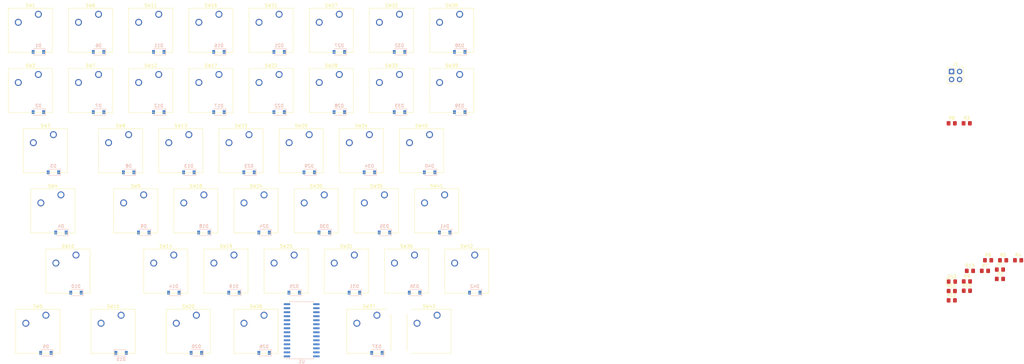
<source format=kicad_pcb>
(kicad_pcb (version 20171130) (host pcbnew 5.1.9-1.fc33)
  (layers (0 F.Cu signal) (31 B.Cu signal) (34 B.Paste user) (35 F.Paste user) (36 B.SilkS user) (37 F.SilkS user) (38 B.Mask user) (39 F.Mask user) (44 Edge.Cuts user))
  (net 0 "")
  (net 1 /ROW0)
  (net 2 "Net-(D1-Pad2)")
  (net 3 "Net-(D2-Pad2)")
  (net 4 "Net-(D3-Pad2)")
  (net 5 "Net-(D4-Pad2)")
  (net 6 "Net-(D5-Pad2)")
  (net 7 "Net-(D6-Pad2)")
  (net 8 /ROW1)
  (net 9 "Net-(D7-Pad2)")
  (net 10 "Net-(D8-Pad2)")
  (net 11 "Net-(D9-Pad2)")
  (net 12 "Net-(D10-Pad2)")
  (net 13 /ROW2)
  (net 14 "Net-(D11-Pad2)")
  (net 15 "Net-(D12-Pad2)")
  (net 16 "Net-(D13-Pad2)")
  (net 17 "Net-(D14-Pad2)")
  (net 18 "Net-(D15-Pad2)")
  (net 19 "Net-(D16-Pad2)")
  (net 20 /ROW3)
  (net 21 "Net-(D17-Pad2)")
  (net 22 "Net-(D18-Pad2)")
  (net 23 "Net-(D19-Pad2)")
  (net 24 "Net-(D20-Pad2)")
  (net 25 "Net-(D21-Pad2)")
  (net 26 "Net-(D22-Pad2)")
  (net 27 "Net-(D23-Pad2)")
  (net 28 "Net-(D24-Pad2)")
  (net 29 "Net-(D25-Pad2)")
  (net 30 "Net-(D26-Pad2)")
  (net 31 "Net-(D27-Pad2)")
  (net 32 "Net-(D28-Pad2)")
  (net 33 "Net-(D29-Pad2)")
  (net 34 "Net-(D30-Pad2)")
  (net 35 "Net-(D31-Pad2)")
  (net 36 "Net-(D32-Pad2)")
  (net 37 "Net-(D33-Pad2)")
  (net 38 "Net-(D34-Pad2)")
  (net 39 "Net-(D35-Pad2)")
  (net 40 "Net-(D36-Pad2)")
  (net 41 "Net-(D37-Pad2)")
  (net 42 "Net-(D38-Pad2)")
  (net 43 "Net-(D39-Pad2)")
  (net 44 "Net-(D40-Pad2)")
  (net 45 "Net-(D41-Pad2)")
  (net 46 "Net-(D42-Pad2)")
  (net 47 "Net-(D43-Pad1)")
  (net 48 "Net-(D43-Pad2)")
  (net 49 /SCL)
  (net 50 +5V)
  (net 51 /SDA)
  (net 52 GND)
  (net 53 "Net-(R1-Pad1)")
  (net 54 /COL0)
  (net 55 /COL1)
  (net 56 /COL2)
  (net 57 /COL3)
  (net 58 /COL4)
  (net 59 /COL10)
  (net 60 /COL9)
  (net 61 /COL8)
  (net 62 /COL7)
  (net 63 /COL6)
  (net 64 /COL5)
  (net 65 "Net-(U1-Pad2)")
  (net 66 "Net-(U1-Pad14)")
  (net 67 "Net-(U1-Pad17)")
  (net 68 "Net-(U1-Pad18)")
  (net 69 "Net-(U1-Pad19)")
  (net 70 "Net-(U1-Pad28)")
  (module Diode_SMD:D_SOD-123 (layer B.Cu) (at 41.91 71.59625 180)
    (fp_text reference D1 (at 0 2 180) (layer B.SilkS) (effects (justify mirror)))
    (fp_text value D_Small)
    (pad 1 smd rect (at -1.65 0 180) (size 0.9 1.2) (layers B.Cu B.Paste B.Mask) (net 1 /ROW0))
    (pad 2 smd rect (at 1.65 0 180) (size 0.9 1.2) (layers B.Cu B.Paste B.Mask) (net 2 "Net-(D1-Pad2)"))
  )
  (module Diode_SMD:D_SOD-123 (layer B.Cu) (at 41.91 90.64625 180)
    (fp_text reference D2 (at 0 2) (layer B.SilkS) (effects (justify mirror)))
    (fp_text value D_Small)
    (pad 1 smd rect (at -1.65 0 180) (size 0.9 1.2) (layers B.Cu B.Paste B.Mask) (net 1 /ROW0))
    (pad 2 smd rect (at 1.65 0 180) (size 0.9 1.2) (layers B.Cu B.Paste B.Mask) (net 3 "Net-(D2-Pad2)"))
  )
  (module Diode_SMD:D_SOD-123 (layer B.Cu) (at 46.6725 109.69625 180)
    (fp_text reference D3 (at 0 2) (layer B.SilkS) (effects (justify mirror)))
    (fp_text value D_Small)
    (pad 2 smd rect (at 1.65 0 180) (size 0.9 1.2) (layers B.Cu B.Paste B.Mask) (net 4 "Net-(D3-Pad2)"))
    (pad 1 smd rect (at -1.65 0 180) (size 0.9 1.2) (layers B.Cu B.Paste B.Mask) (net 1 /ROW0))
  )
  (module Diode_SMD:D_SOD-123 (layer B.Cu) (at 49.05375 128.74625 180)
    (fp_text reference D4 (at 0 2) (layer B.SilkS) (effects (justify mirror)))
    (fp_text value D_Small)
    (pad 2 smd rect (at 1.65 0 180) (size 0.9 1.2) (layers B.Cu B.Paste B.Mask) (net 5 "Net-(D4-Pad2)"))
    (pad 1 smd rect (at -1.65 0 180) (size 0.9 1.2) (layers B.Cu B.Paste B.Mask) (net 1 /ROW0))
  )
  (module Diode_SMD:D_SOD-123 (layer B.Cu) (at 44.29125 166.84625 180)
    (fp_text reference D5 (at 0 2) (layer B.SilkS) (effects (justify mirror)))
    (fp_text value D_Small)
    (pad 1 smd rect (at -1.65 0 180) (size 0.9 1.2) (layers B.Cu B.Paste B.Mask) (net 1 /ROW0))
    (pad 2 smd rect (at 1.65 0 180) (size 0.9 1.2) (layers B.Cu B.Paste B.Mask) (net 6 "Net-(D5-Pad2)"))
  )
  (module Diode_SMD:D_SOD-123 (layer B.Cu) (at 60.96 71.59625 180)
    (fp_text reference D6 (at 0 2) (layer B.SilkS) (effects (justify mirror)))
    (fp_text value D_Small)
    (pad 2 smd rect (at 1.65 0 180) (size 0.9 1.2) (layers B.Cu B.Paste B.Mask) (net 7 "Net-(D6-Pad2)"))
    (pad 1 smd rect (at -1.65 0 180) (size 0.9 1.2) (layers B.Cu B.Paste B.Mask) (net 8 /ROW1))
  )
  (module Diode_SMD:D_SOD-123 (layer B.Cu) (at 60.96 90.64625 180)
    (fp_text reference D7 (at 0 2) (layer B.SilkS) (effects (justify mirror)))
    (fp_text value D_Small)
    (pad 2 smd rect (at 1.65 0 180) (size 0.9 1.2) (layers B.Cu B.Paste B.Mask) (net 9 "Net-(D7-Pad2)"))
    (pad 1 smd rect (at -1.65 0 180) (size 0.9 1.2) (layers B.Cu B.Paste B.Mask) (net 8 /ROW1))
  )
  (module Diode_SMD:D_SOD-123 (layer B.Cu) (at 70.485 109.69625 180)
    (fp_text reference D8 (at 0 2) (layer B.SilkS) (effects (justify mirror)))
    (fp_text value D_Small)
    (pad 2 smd rect (at 1.65 0 180) (size 0.9 1.2) (layers B.Cu B.Paste B.Mask) (net 10 "Net-(D8-Pad2)"))
    (pad 1 smd rect (at -1.65 0 180) (size 0.9 1.2) (layers B.Cu B.Paste B.Mask) (net 8 /ROW1))
  )
  (module Diode_SMD:D_SOD-123 (layer B.Cu) (at 75.2475 128.74625 180)
    (fp_text reference D9 (at 0 2) (layer B.SilkS) (effects (justify mirror)))
    (fp_text value D_Small)
    (pad 2 smd rect (at 1.65 0 180) (size 0.9 1.2) (layers B.Cu B.Paste B.Mask) (net 11 "Net-(D9-Pad2)"))
    (pad 1 smd rect (at -1.65 0 180) (size 0.9 1.2) (layers B.Cu B.Paste B.Mask) (net 8 /ROW1))
  )
  (module Diode_SMD:D_SOD-123 (layer B.Cu) (at 53.81625 147.79625 180)
    (fp_text reference D10 (at 0 2) (layer B.SilkS) (effects (justify mirror)))
    (fp_text value D_Small)
    (pad 1 smd rect (at -1.65 0 180) (size 0.9 1.2) (layers B.Cu B.Paste B.Mask) (net 8 /ROW1))
    (pad 2 smd rect (at 1.65 0 180) (size 0.9 1.2) (layers B.Cu B.Paste B.Mask) (net 12 "Net-(D10-Pad2)"))
  )
  (module Diode_SMD:D_SOD-123 (layer B.Cu) (at 80.01 71.59625 180)
    (fp_text reference D11 (at 0 2) (layer B.SilkS) (effects (justify mirror)))
    (fp_text value D_Small)
    (pad 1 smd rect (at -1.65 0 180) (size 0.9 1.2) (layers B.Cu B.Paste B.Mask) (net 13 /ROW2))
    (pad 2 smd rect (at 1.65 0 180) (size 0.9 1.2) (layers B.Cu B.Paste B.Mask) (net 14 "Net-(D11-Pad2)"))
  )
  (module Diode_SMD:D_SOD-123 (layer B.Cu) (at 80.01 90.64625 180)
    (fp_text reference D12 (at 0 2) (layer B.SilkS) (effects (justify mirror)))
    (fp_text value D_Small)
    (pad 1 smd rect (at -1.65 0 180) (size 0.9 1.2) (layers B.Cu B.Paste B.Mask) (net 13 /ROW2))
    (pad 2 smd rect (at 1.65 0 180) (size 0.9 1.2) (layers B.Cu B.Paste B.Mask) (net 15 "Net-(D12-Pad2)"))
  )
  (module Diode_SMD:D_SOD-123 (layer B.Cu) (at 89.535 109.69625 180)
    (fp_text reference D13 (at 0 2) (layer B.SilkS) (effects (justify mirror)))
    (fp_text value D_Small)
    (pad 1 smd rect (at -1.65 0 180) (size 0.9 1.2) (layers B.Cu B.Paste B.Mask) (net 13 /ROW2))
    (pad 2 smd rect (at 1.65 0 180) (size 0.9 1.2) (layers B.Cu B.Paste B.Mask) (net 16 "Net-(D13-Pad2)"))
  )
  (module Diode_SMD:D_SOD-123 (layer B.Cu) (at 84.7725 147.79625 180)
    (fp_text reference D14 (at 0 2) (layer B.SilkS) (effects (justify mirror)))
    (fp_text value D_Small)
    (pad 1 smd rect (at -1.65 0 180) (size 0.9 1.2) (layers B.Cu B.Paste B.Mask) (net 13 /ROW2))
    (pad 2 smd rect (at 1.65 0 180) (size 0.9 1.2) (layers B.Cu B.Paste B.Mask) (net 17 "Net-(D14-Pad2)"))
  )
  (module Diode_SMD:D_SOD-123 (layer B.Cu) (at 68.10375 166.84625)
    (fp_text reference D15 (at 0 2) (layer B.SilkS) (effects (justify mirror)))
    (fp_text value D_Small)
    (pad 1 smd rect (at -1.65 0) (size 0.9 1.2) (layers B.Cu B.Paste B.Mask) (net 13 /ROW2))
    (pad 2 smd rect (at 1.65 0) (size 0.9 1.2) (layers B.Cu B.Paste B.Mask) (net 18 "Net-(D15-Pad2)"))
  )
  (module Diode_SMD:D_SOD-123 (layer B.Cu) (at 99.06 71.59625 180)
    (fp_text reference D16 (at 0 2) (layer B.SilkS) (effects (justify mirror)))
    (fp_text value D_Small)
    (pad 2 smd rect (at 1.65 0 180) (size 0.9 1.2) (layers B.Cu B.Paste B.Mask) (net 19 "Net-(D16-Pad2)"))
    (pad 1 smd rect (at -1.65 0 180) (size 0.9 1.2) (layers B.Cu B.Paste B.Mask) (net 20 /ROW3))
  )
  (module Diode_SMD:D_SOD-123 (layer B.Cu) (at 99.06 90.64625 180)
    (fp_text reference D17 (at 0 2) (layer B.SilkS) (effects (justify mirror)))
    (fp_text value D_Small)
    (pad 2 smd rect (at 1.65 0 180) (size 0.9 1.2) (layers B.Cu B.Paste B.Mask) (net 21 "Net-(D17-Pad2)"))
    (pad 1 smd rect (at -1.65 0 180) (size 0.9 1.2) (layers B.Cu B.Paste B.Mask) (net 20 /ROW3))
  )
  (module Diode_SMD:D_SOD-123 (layer B.Cu) (at 94.2975 128.74625 180)
    (fp_text reference D18 (at 0 2) (layer B.SilkS) (effects (justify mirror)))
    (fp_text value D_Small)
    (pad 2 smd rect (at 1.65 0 180) (size 0.9 1.2) (layers B.Cu B.Paste B.Mask) (net 22 "Net-(D18-Pad2)"))
    (pad 1 smd rect (at -1.65 0 180) (size 0.9 1.2) (layers B.Cu B.Paste B.Mask) (net 20 /ROW3))
  )
  (module Diode_SMD:D_SOD-123 (layer B.Cu) (at 103.8225 147.79625 180)
    (fp_text reference D19 (at 0 2) (layer B.SilkS) (effects (justify mirror)))
    (fp_text value D_Small)
    (pad 2 smd rect (at 1.65 0 180) (size 0.9 1.2) (layers B.Cu B.Paste B.Mask) (net 23 "Net-(D19-Pad2)"))
    (pad 1 smd rect (at -1.65 0 180) (size 0.9 1.2) (layers B.Cu B.Paste B.Mask) (net 20 /ROW3))
  )
  (module Diode_SMD:D_SOD-123 (layer B.Cu) (at 91.91625 166.84625 180)
    (fp_text reference D20 (at 0 2) (layer B.SilkS) (effects (justify mirror)))
    (fp_text value D_Small)
    (pad 2 smd rect (at 1.65 0 180) (size 0.9 1.2) (layers B.Cu B.Paste B.Mask) (net 24 "Net-(D20-Pad2)"))
    (pad 1 smd rect (at -1.65 0 180) (size 0.9 1.2) (layers B.Cu B.Paste B.Mask) (net 20 /ROW3))
  )
  (module Diode_SMD:D_SOD-123 (layer B.Cu) (at 118.11 71.59625 180)
    (fp_text reference D21 (at 0 2) (layer B.SilkS) (effects (justify mirror)))
    (fp_text value D_Small)
    (pad 1 smd rect (at -1.65 0 180) (size 0.9 1.2) (layers B.Cu B.Paste B.Mask) (net 20 /ROW3))
    (pad 2 smd rect (at 1.65 0 180) (size 0.9 1.2) (layers B.Cu B.Paste B.Mask) (net 25 "Net-(D21-Pad2)"))
  )
  (module Diode_SMD:D_SOD-123 (layer B.Cu) (at 118.11 90.64625 180)
    (fp_text reference D22 (at 0 2) (layer B.SilkS) (effects (justify mirror)))
    (fp_text value D_Small)
    (pad 2 smd rect (at 1.65 0 180) (size 0.9 1.2) (layers B.Cu B.Paste B.Mask) (net 26 "Net-(D22-Pad2)"))
    (pad 1 smd rect (at -1.65 0 180) (size 0.9 1.2) (layers B.Cu B.Paste B.Mask) (net 20 /ROW3))
  )
  (module Diode_SMD:D_SOD-123 (layer B.Cu) (at 108.585 109.69625 180)
    (fp_text reference D23 (at 0 2) (layer B.SilkS) (effects (justify mirror)))
    (fp_text value D_Small)
    (pad 1 smd rect (at -1.65 0 180) (size 0.9 1.2) (layers B.Cu B.Paste B.Mask) (net 20 /ROW3))
    (pad 2 smd rect (at 1.65 0 180) (size 0.9 1.2) (layers B.Cu B.Paste B.Mask) (net 27 "Net-(D23-Pad2)"))
  )
  (module Diode_SMD:D_SOD-123 (layer B.Cu) (at 113.3475 128.74625 180)
    (fp_text reference D24 (at 0 2) (layer B.SilkS) (effects (justify mirror)))
    (fp_text value D_Small)
    (pad 1 smd rect (at -1.65 0 180) (size 0.9 1.2) (layers B.Cu B.Paste B.Mask) (net 20 /ROW3))
    (pad 2 smd rect (at 1.65 0 180) (size 0.9 1.2) (layers B.Cu B.Paste B.Mask) (net 28 "Net-(D24-Pad2)"))
  )
  (module Diode_SMD:D_SOD-123 (layer B.Cu) (at 122.8725 147.79625 180)
    (fp_text reference D25 (at 0 2) (layer B.SilkS) (effects (justify mirror)))
    (fp_text value D_Small)
    (pad 1 smd rect (at -1.65 0 180) (size 0.9 1.2) (layers B.Cu B.Paste B.Mask) (net 20 /ROW3))
    (pad 2 smd rect (at 1.65 0 180) (size 0.9 1.2) (layers B.Cu B.Paste B.Mask) (net 29 "Net-(D25-Pad2)"))
  )
  (module Diode_SMD:D_SOD-123 (layer B.Cu) (at 113.3475 166.84625 180)
    (fp_text reference D26 (at 0 2) (layer B.SilkS) (effects (justify mirror)))
    (fp_text value D_Small)
    (pad 1 smd rect (at -1.65 0 180) (size 0.9 1.2) (layers B.Cu B.Paste B.Mask) (net 20 /ROW3))
    (pad 2 smd rect (at 1.65 0 180) (size 0.9 1.2) (layers B.Cu B.Paste B.Mask) (net 30 "Net-(D26-Pad2)"))
  )
  (module Diode_SMD:D_SOD-123 (layer B.Cu) (at 137.16 71.59625 180)
    (fp_text reference D27 (at 0 2) (layer B.SilkS) (effects (justify mirror)))
    (fp_text value D_Small)
    (pad 2 smd rect (at 1.65 0 180) (size 0.9 1.2) (layers B.Cu B.Paste B.Mask) (net 31 "Net-(D27-Pad2)"))
    (pad 1 smd rect (at -1.65 0 180) (size 0.9 1.2) (layers B.Cu B.Paste B.Mask) (net 13 /ROW2))
  )
  (module Diode_SMD:D_SOD-123 (layer B.Cu) (at 137.16 90.64625 180)
    (fp_text reference D28 (at 0 2) (layer B.SilkS) (effects (justify mirror)))
    (fp_text value D_Small)
    (pad 1 smd rect (at -1.65 0 180) (size 0.9 1.2) (layers B.Cu B.Paste B.Mask) (net 13 /ROW2))
    (pad 2 smd rect (at 1.65 0 180) (size 0.9 1.2) (layers B.Cu B.Paste B.Mask) (net 32 "Net-(D28-Pad2)"))
  )
  (module Diode_SMD:D_SOD-123 (layer B.Cu) (at 127.635 109.69625 180)
    (fp_text reference D29 (at 0 2) (layer B.SilkS) (effects (justify mirror)))
    (fp_text value D_Small)
    (pad 2 smd rect (at 1.65 0 180) (size 0.9 1.2) (layers B.Cu B.Paste B.Mask) (net 33 "Net-(D29-Pad2)"))
    (pad 1 smd rect (at -1.65 0 180) (size 0.9 1.2) (layers B.Cu B.Paste B.Mask) (net 13 /ROW2))
  )
  (module Diode_SMD:D_SOD-123 (layer B.Cu) (at 132.3975 128.74625 180)
    (fp_text reference D30 (at 0 2) (layer B.SilkS) (effects (justify mirror)))
    (fp_text value D_Small)
    (pad 2 smd rect (at 1.65 0 180) (size 0.9 1.2) (layers B.Cu B.Paste B.Mask) (net 34 "Net-(D30-Pad2)"))
    (pad 1 smd rect (at -1.65 0 180) (size 0.9 1.2) (layers B.Cu B.Paste B.Mask) (net 13 /ROW2))
  )
  (module Diode_SMD:D_SOD-123 (layer B.Cu) (at 141.9225 147.79625 180)
    (fp_text reference D31 (at 0 2) (layer B.SilkS) (effects (justify mirror)))
    (fp_text value D_Small)
    (pad 1 smd rect (at -1.65 0 180) (size 0.9 1.2) (layers B.Cu B.Paste B.Mask) (net 13 /ROW2))
    (pad 2 smd rect (at 1.65 0 180) (size 0.9 1.2) (layers B.Cu B.Paste B.Mask) (net 35 "Net-(D31-Pad2)"))
  )
  (module Diode_SMD:D_SOD-123 (layer B.Cu) (at 156.21 71.59625 180)
    (fp_text reference D32 (at 0 2) (layer B.SilkS) (effects (justify mirror)))
    (fp_text value D_Small)
    (pad 1 smd rect (at -1.65 0 180) (size 0.9 1.2) (layers B.Cu B.Paste B.Mask) (net 8 /ROW1))
    (pad 2 smd rect (at 1.65 0 180) (size 0.9 1.2) (layers B.Cu B.Paste B.Mask) (net 36 "Net-(D32-Pad2)"))
  )
  (module Diode_SMD:D_SOD-123 (layer B.Cu) (at 156.21 90.64625 180)
    (fp_text reference D33 (at 0 2) (layer B.SilkS) (effects (justify mirror)))
    (fp_text value D_Small)
    (pad 2 smd rect (at 1.65 0 180) (size 0.9 1.2) (layers B.Cu B.Paste B.Mask) (net 37 "Net-(D33-Pad2)"))
    (pad 1 smd rect (at -1.65 0 180) (size 0.9 1.2) (layers B.Cu B.Paste B.Mask) (net 8 /ROW1))
  )
  (module Diode_SMD:D_SOD-123 (layer B.Cu) (at 146.685 109.69625 180)
    (fp_text reference D34 (at 0 2) (layer B.SilkS) (effects (justify mirror)))
    (fp_text value D_Small)
    (pad 1 smd rect (at -1.65 0 180) (size 0.9 1.2) (layers B.Cu B.Paste B.Mask) (net 8 /ROW1))
    (pad 2 smd rect (at 1.65 0 180) (size 0.9 1.2) (layers B.Cu B.Paste B.Mask) (net 38 "Net-(D34-Pad2)"))
  )
  (module Diode_SMD:D_SOD-123 (layer B.Cu) (at 151.4475 128.74625 180)
    (fp_text reference D35 (at 0 2) (layer B.SilkS) (effects (justify mirror)))
    (fp_text value D_Small)
    (pad 2 smd rect (at 1.65 0 180) (size 0.9 1.2) (layers B.Cu B.Paste B.Mask) (net 39 "Net-(D35-Pad2)"))
    (pad 1 smd rect (at -1.65 0 180) (size 0.9 1.2) (layers B.Cu B.Paste B.Mask) (net 8 /ROW1))
  )
  (module Diode_SMD:D_SOD-123 (layer B.Cu) (at 160.9725 147.79625 180)
    (fp_text reference D36 (at 0 2) (layer B.SilkS) (effects (justify mirror)))
    (fp_text value D_Small)
    (pad 1 smd rect (at -1.65 0 180) (size 0.9 1.2) (layers B.Cu B.Paste B.Mask) (net 8 /ROW1))
    (pad 2 smd rect (at 1.65 0 180) (size 0.9 1.2) (layers B.Cu B.Paste B.Mask) (net 40 "Net-(D36-Pad2)"))
  )
  (module Diode_SMD:D_SOD-123 (layer B.Cu) (at 149.06625 166.84625 180)
    (fp_text reference D37 (at 0 2) (layer B.SilkS) (effects (justify mirror)))
    (fp_text value D_Small)
    (pad 2 smd rect (at 1.65 0 180) (size 0.9 1.2) (layers B.Cu B.Paste B.Mask) (net 41 "Net-(D37-Pad2)"))
    (pad 1 smd rect (at -1.65 0 180) (size 0.9 1.2) (layers B.Cu B.Paste B.Mask) (net 8 /ROW1))
  )
  (module Diode_SMD:D_SOD-123 (layer B.Cu) (at 175.26 71.59625 180)
    (fp_text reference D38 (at 0 2) (layer B.SilkS) (effects (justify mirror)))
    (fp_text value D_Small)
    (pad 2 smd rect (at 1.65 0 180) (size 0.9 1.2) (layers B.Cu B.Paste B.Mask) (net 42 "Net-(D38-Pad2)"))
    (pad 1 smd rect (at -1.65 0 180) (size 0.9 1.2) (layers B.Cu B.Paste B.Mask) (net 1 /ROW0))
  )
  (module Diode_SMD:D_SOD-123 (layer B.Cu) (at 175.26 90.64625 180)
    (fp_text reference D39 (at 0 2) (layer B.SilkS) (effects (justify mirror)))
    (fp_text value D_Small)
    (pad 1 smd rect (at -1.65 0 180) (size 0.9 1.2) (layers B.Cu B.Paste B.Mask) (net 1 /ROW0))
    (pad 2 smd rect (at 1.65 0 180) (size 0.9 1.2) (layers B.Cu B.Paste B.Mask) (net 43 "Net-(D39-Pad2)"))
  )
  (module Diode_SMD:D_SOD-123 (layer B.Cu) (at 165.735 109.69625 180)
    (fp_text reference D40 (at 0 2) (layer B.SilkS) (effects (justify mirror)))
    (fp_text value D_Small)
    (pad 2 smd rect (at 1.65 0 180) (size 0.9 1.2) (layers B.Cu B.Paste B.Mask) (net 44 "Net-(D40-Pad2)"))
    (pad 1 smd rect (at -1.65 0 180) (size 0.9 1.2) (layers B.Cu B.Paste B.Mask) (net 1 /ROW0))
  )
  (module Diode_SMD:D_SOD-123 (layer B.Cu) (at 170.4975 128.74625 180)
    (fp_text reference D41 (at 0 2) (layer B.SilkS) (effects (justify mirror)))
    (fp_text value D_Small)
    (pad 1 smd rect (at -1.65 0 180) (size 0.9 1.2) (layers B.Cu B.Paste B.Mask) (net 1 /ROW0))
    (pad 2 smd rect (at 1.65 0 180) (size 0.9 1.2) (layers B.Cu B.Paste B.Mask) (net 45 "Net-(D41-Pad2)"))
  )
  (module Diode_SMD:D_SOD-123 (layer B.Cu) (at 180.0225 147.79625 180)
    (fp_text reference D42 (at 0 2) (layer B.SilkS) (effects (justify mirror)))
    (fp_text value D_Small)
    (pad 2 smd rect (at 1.65 0 180) (size 0.9 1.2) (layers B.Cu B.Paste B.Mask) (net 46 "Net-(D42-Pad2)"))
    (pad 1 smd rect (at -1.65 0 180) (size 0.9 1.2) (layers B.Cu B.Paste B.Mask) (net 1 /ROW0))
  )
  (module LED_SMD:LED_0805_2012Metric_Pad1.15x1.40mm_HandSolder (layer F.Cu) (at 331.060001 144.290001)
    (fp_text reference D43 (at 0 -1.65) (layer F.SilkS))
    (fp_text value LED_Small)
    (pad 1 smd roundrect (at -1.025 0) (size 1.15 1.4) (layers F.Cu F.Paste F.Mask) (roundrect_rratio 0.217391) (net 47 "Net-(D43-Pad1)"))
    (pad 2 smd roundrect (at 1.025 0) (size 1.15 1.4) (layers F.Cu F.Paste F.Mask) (roundrect_rratio 0.217391) (net 48 "Net-(D43-Pad2)"))
  )
  (module Connector_PinHeader_2.54mm:PinHeader_2x02_P2.54mm_Vertical (layer F.Cu) (at 330.945001 77.795001)
    (fp_text reference J1 (at 1.27 -2.33) (layer F.SilkS))
    (fp_text value "To Right Part")
    (pad 1 thru_hole rect (at 0 0) (size 1.7 1.7) (drill 1) (layers *.Cu *.Mask) (net 49 /SCL))
    (pad 2 thru_hole oval (at 2.54 0) (size 1.7 1.7) (drill 1) (layers *.Cu *.Mask) (net 50 +5V))
    (pad 3 thru_hole oval (at 0 2.54) (size 1.7 1.7) (drill 1) (layers *.Cu *.Mask) (net 51 /SDA))
    (pad 4 thru_hole oval (at 2.54 2.54) (size 1.7 1.7) (drill 1) (layers *.Cu *.Mask) (net 52 GND))
  )
  (module Resistor_SMD:R_0805_2012Metric_Pad1.20x1.40mm_HandSolder (layer F.Cu) (at 346.265001 140.495001)
    (fp_text reference R1 (at 0 -1.65) (layer F.SilkS))
    (fp_text value 10K)
    (pad 2 smd roundrect (at 1 0) (size 1.2 1.4) (layers F.Cu F.Paste F.Mask) (roundrect_rratio 0.208333) (net 50 +5V))
    (pad 1 smd roundrect (at -1 0) (size 1.2 1.4) (layers F.Cu F.Paste F.Mask) (roundrect_rratio 0.208333) (net 53 "Net-(R1-Pad1)"))
  )
  (module Resistor_SMD:R_0805_2012Metric_Pad1.20x1.40mm_HandSolder (layer F.Cu) (at 346.265001 143.445001)
    (fp_text reference R2 (at 0 -1.65) (layer F.SilkS))
    (fp_text value 470)
    (pad 2 smd roundrect (at 1 0) (size 1.2 1.4) (layers F.Cu F.Paste F.Mask) (roundrect_rratio 0.208333) (net 48 "Net-(D43-Pad2)"))
    (pad 1 smd roundrect (at -1 0) (size 1.2 1.4) (layers F.Cu F.Paste F.Mask) (roundrect_rratio 0.208333) (net 50 +5V))
  )
  (module Resistor_SMD:R_0805_2012Metric_Pad1.20x1.40mm_HandSolder (layer F.Cu) (at 335.745001 94.195001)
    (fp_text reference R3 (at 0 -1.65) (layer F.SilkS))
    (fp_text value 10K)
    (pad 1 smd roundrect (at -1 0) (size 1.2 1.4) (layers F.Cu F.Paste F.Mask) (roundrect_rratio 0.208333) (net 50 +5V))
    (pad 2 smd roundrect (at 1 0) (size 1.2 1.4) (layers F.Cu F.Paste F.Mask) (roundrect_rratio 0.208333) (net 54 /COL0))
  )
  (module Resistor_SMD:R_0805_2012Metric_Pad1.20x1.40mm_HandSolder (layer F.Cu) (at 352.015001 137.545001)
    (fp_text reference R4 (at 0 -1.65) (layer F.SilkS))
    (fp_text value 10K)
    (pad 1 smd roundrect (at -1 0) (size 1.2 1.4) (layers F.Cu F.Paste F.Mask) (roundrect_rratio 0.208333) (net 50 +5V))
    (pad 2 smd roundrect (at 1 0) (size 1.2 1.4) (layers F.Cu F.Paste F.Mask) (roundrect_rratio 0.208333) (net 55 /COL1))
  )
  (module Resistor_SMD:R_0805_2012Metric_Pad1.20x1.40mm_HandSolder (layer F.Cu) (at 347.265001 137.545001)
    (fp_text reference R5 (at 0 -1.65) (layer F.SilkS))
    (fp_text value 10K)
    (pad 1 smd roundrect (at -1 0) (size 1.2 1.4) (layers F.Cu F.Paste F.Mask) (roundrect_rratio 0.208333) (net 50 +5V))
    (pad 2 smd roundrect (at 1 0) (size 1.2 1.4) (layers F.Cu F.Paste F.Mask) (roundrect_rratio 0.208333) (net 56 /COL2))
  )
  (module Resistor_SMD:R_0805_2012Metric_Pad1.20x1.40mm_HandSolder (layer F.Cu) (at 342.515001 137.545001)
    (fp_text reference R6 (at 0 -1.65) (layer F.SilkS))
    (fp_text value 10K)
    (pad 1 smd roundrect (at -1 0) (size 1.2 1.4) (layers F.Cu F.Paste F.Mask) (roundrect_rratio 0.208333) (net 50 +5V))
    (pad 2 smd roundrect (at 1 0) (size 1.2 1.4) (layers F.Cu F.Paste F.Mask) (roundrect_rratio 0.208333) (net 57 /COL3))
  )
  (module Resistor_SMD:R_0805_2012Metric_Pad1.20x1.40mm_HandSolder (layer F.Cu) (at 341.515001 140.895001)
    (fp_text reference R7 (at 0 -1.65) (layer F.SilkS))
    (fp_text value 10K)
    (pad 2 smd roundrect (at 1 0) (size 1.2 1.4) (layers F.Cu F.Paste F.Mask) (roundrect_rratio 0.208333) (net 58 /COL4))
    (pad 1 smd roundrect (at -1 0) (size 1.2 1.4) (layers F.Cu F.Paste F.Mask) (roundrect_rratio 0.208333) (net 50 +5V))
  )
  (module Resistor_SMD:R_0805_2012Metric_Pad1.20x1.40mm_HandSolder (layer F.Cu) (at 330.995001 94.195001)
    (fp_text reference R8 (at 0 -1.65) (layer F.SilkS))
    (fp_text value 10K)
    (pad 1 smd roundrect (at -1 0) (size 1.2 1.4) (layers F.Cu F.Paste F.Mask) (roundrect_rratio 0.208333) (net 50 +5V))
    (pad 2 smd roundrect (at 1 0) (size 1.2 1.4) (layers F.Cu F.Paste F.Mask) (roundrect_rratio 0.208333) (net 59 /COL10))
  )
  (module Resistor_SMD:R_0805_2012Metric_Pad1.20x1.40mm_HandSolder (layer F.Cu) (at 335.805001 144.245001)
    (fp_text reference R9 (at 0 -1.65) (layer F.SilkS))
    (fp_text value 10K)
    (pad 2 smd roundrect (at 1 0) (size 1.2 1.4) (layers F.Cu F.Paste F.Mask) (roundrect_rratio 0.208333) (net 60 /COL9))
    (pad 1 smd roundrect (at -1 0) (size 1.2 1.4) (layers F.Cu F.Paste F.Mask) (roundrect_rratio 0.208333) (net 50 +5V))
  )
  (module Resistor_SMD:R_0805_2012Metric_Pad1.20x1.40mm_HandSolder (layer F.Cu) (at 335.805001 147.195001)
    (fp_text reference R10 (at 0 -1.65) (layer F.SilkS))
    (fp_text value 10K)
    (pad 2 smd roundrect (at 1 0) (size 1.2 1.4) (layers F.Cu F.Paste F.Mask) (roundrect_rratio 0.208333) (net 61 /COL8))
    (pad 1 smd roundrect (at -1 0) (size 1.2 1.4) (layers F.Cu F.Paste F.Mask) (roundrect_rratio 0.208333) (net 50 +5V))
  )
  (module Resistor_SMD:R_0805_2012Metric_Pad1.20x1.40mm_HandSolder (layer F.Cu) (at 331.015001 147.285001)
    (fp_text reference R11 (at 0 -1.65) (layer F.SilkS))
    (fp_text value 10K)
    (pad 1 smd roundrect (at -1 0) (size 1.2 1.4) (layers F.Cu F.Paste F.Mask) (roundrect_rratio 0.208333) (net 50 +5V))
    (pad 2 smd roundrect (at 1 0) (size 1.2 1.4) (layers F.Cu F.Paste F.Mask) (roundrect_rratio 0.208333) (net 62 /COL7))
  )
  (module Resistor_SMD:R_0805_2012Metric_Pad1.20x1.40mm_HandSolder (layer F.Cu) (at 331.015001 150.235001)
    (fp_text reference R12 (at 0 -1.65) (layer F.SilkS))
    (fp_text value 10K)
    (pad 2 smd roundrect (at 1 0) (size 1.2 1.4) (layers F.Cu F.Paste F.Mask) (roundrect_rratio 0.208333) (net 63 /COL6))
    (pad 1 smd roundrect (at -1 0) (size 1.2 1.4) (layers F.Cu F.Paste F.Mask) (roundrect_rratio 0.208333) (net 50 +5V))
  )
  (module Resistor_SMD:R_0805_2012Metric_Pad1.20x1.40mm_HandSolder (layer F.Cu) (at 336.765001 140.895001)
    (fp_text reference R13 (at 0 -1.65) (layer F.SilkS))
    (fp_text value 10K)
    (pad 1 smd roundrect (at -1 0) (size 1.2 1.4) (layers F.Cu F.Paste F.Mask) (roundrect_rratio 0.208333) (net 50 +5V))
    (pad 2 smd roundrect (at 1 0) (size 1.2 1.4) (layers F.Cu F.Paste F.Mask) (roundrect_rratio 0.208333) (net 64 /COL5))
  )
  (module Button_Switch_Keyboard:SW_Cherry_MX_1.00u_PCB (layer F.Cu) (at 41.91 59.69)
    (fp_text reference SW1 (at -2.54 -2.794) (layer F.SilkS))
    (fp_text value SW_Push)
    (pad 1 thru_hole circle (at 0 0) (size 2.2 2.2) (drill 1.5) (layers *.Cu *.Mask) (net 54 /COL0))
    (pad 2 thru_hole circle (at -6.35 2.54) (size 2.2 2.2) (drill 1.5) (layers *.Cu *.Mask) (net 2 "Net-(D1-Pad2)"))
    (pad "" np_thru_hole circle (at -2.54 5.08) (size 4 4) (drill 4) (layers *.Cu *.Mask))
    (pad "" np_thru_hole circle (at -7.62 5.08) (size 1.7 1.7) (drill 1.7) (layers *.Cu *.Mask))
    (pad "" np_thru_hole circle (at 2.54 5.08) (size 1.7 1.7) (drill 1.7) (layers *.Cu *.Mask))
  )
  (module Button_Switch_Keyboard:SW_Cherry_MX_1.00u_PCB (layer F.Cu) (at 41.91 78.74)
    (fp_text reference SW2 (at -2.54 -2.794) (layer F.SilkS))
    (fp_text value SW_Push)
    (pad 1 thru_hole circle (at 0 0) (size 2.2 2.2) (drill 1.5) (layers *.Cu *.Mask) (net 55 /COL1))
    (pad 2 thru_hole circle (at -6.35 2.54) (size 2.2 2.2) (drill 1.5) (layers *.Cu *.Mask) (net 3 "Net-(D2-Pad2)"))
    (pad "" np_thru_hole circle (at -2.54 5.08) (size 4 4) (drill 4) (layers *.Cu *.Mask))
    (pad "" np_thru_hole circle (at -7.62 5.08) (size 1.7 1.7) (drill 1.7) (layers *.Cu *.Mask))
    (pad "" np_thru_hole circle (at 2.54 5.08) (size 1.7 1.7) (drill 1.7) (layers *.Cu *.Mask))
  )
  (module Button_Switch_Keyboard:SW_Cherry_MX_1.50u_PCB (layer F.Cu) (at 46.6725 97.79)
    (fp_text reference SW3 (at -2.54 -2.794) (layer F.SilkS))
    (fp_text value TAB)
    (pad 1 thru_hole circle (at 0 0) (size 2.2 2.2) (drill 1.5) (layers *.Cu *.Mask) (net 56 /COL2))
    (pad 2 thru_hole circle (at -6.35 2.54) (size 2.2 2.2) (drill 1.5) (layers *.Cu *.Mask) (net 4 "Net-(D3-Pad2)"))
    (pad "" np_thru_hole circle (at -2.54 5.08) (size 4 4) (drill 4) (layers *.Cu *.Mask))
    (pad "" np_thru_hole circle (at -7.62 5.08) (size 1.7 1.7) (drill 1.7) (layers *.Cu *.Mask))
    (pad "" np_thru_hole circle (at 2.54 5.08) (size 1.7 1.7) (drill 1.7) (layers *.Cu *.Mask))
  )
  (module Button_Switch_Keyboard:SW_Cherry_MX_1.75u_PCB (layer F.Cu) (at 49.05375 116.84)
    (fp_text reference SW4 (at -2.54 -2.794) (layer F.SilkS))
    (fp_text value CAPS)
    (pad 1 thru_hole circle (at 0 0) (size 2.2 2.2) (drill 1.5) (layers *.Cu *.Mask) (net 57 /COL3))
    (pad 2 thru_hole circle (at -6.35 2.54) (size 2.2 2.2) (drill 1.5) (layers *.Cu *.Mask) (net 5 "Net-(D4-Pad2)"))
    (pad "" np_thru_hole circle (at -2.54 5.08) (size 4 4) (drill 4) (layers *.Cu *.Mask))
    (pad "" np_thru_hole circle (at -7.62 5.08) (size 1.7 1.7) (drill 1.7) (layers *.Cu *.Mask))
    (pad "" np_thru_hole circle (at 2.54 5.08) (size 1.7 1.7) (drill 1.7) (layers *.Cu *.Mask))
  )
  (module Button_Switch_Keyboard:SW_Cherry_MX_1.25u_PCB (layer F.Cu) (at 44.29125 154.94)
    (fp_text reference SW5 (at -2.54 -2.794) (layer F.SilkS))
    (fp_text value CTRL)
    (pad 1 thru_hole circle (at 0 0) (size 2.2 2.2) (drill 1.5) (layers *.Cu *.Mask) (net 58 /COL4))
    (pad 2 thru_hole circle (at -6.35 2.54) (size 2.2 2.2) (drill 1.5) (layers *.Cu *.Mask) (net 6 "Net-(D5-Pad2)"))
    (pad "" np_thru_hole circle (at -2.54 5.08) (size 4 4) (drill 4) (layers *.Cu *.Mask))
    (pad "" np_thru_hole circle (at -7.62 5.08) (size 1.7 1.7) (drill 1.7) (layers *.Cu *.Mask))
    (pad "" np_thru_hole circle (at 2.54 5.08) (size 1.7 1.7) (drill 1.7) (layers *.Cu *.Mask))
  )
  (module Button_Switch_Keyboard:SW_Cherry_MX_1.00u_PCB (layer F.Cu) (at 60.96 59.69)
    (fp_text reference SW6 (at -2.54 -2.794) (layer F.SilkS))
    (fp_text value SW_Push)
    (pad "" np_thru_hole circle (at 2.54 5.08) (size 1.7 1.7) (drill 1.7) (layers *.Cu *.Mask))
    (pad "" np_thru_hole circle (at -7.62 5.08) (size 1.7 1.7) (drill 1.7) (layers *.Cu *.Mask))
    (pad "" np_thru_hole circle (at -2.54 5.08) (size 4 4) (drill 4) (layers *.Cu *.Mask))
    (pad 2 thru_hole circle (at -6.35 2.54) (size 2.2 2.2) (drill 1.5) (layers *.Cu *.Mask) (net 7 "Net-(D6-Pad2)"))
    (pad 1 thru_hole circle (at 0 0) (size 2.2 2.2) (drill 1.5) (layers *.Cu *.Mask) (net 54 /COL0))
  )
  (module Button_Switch_Keyboard:SW_Cherry_MX_1.00u_PCB (layer F.Cu) (at 60.96 78.74)
    (fp_text reference SW7 (at -2.54 -2.794) (layer F.SilkS))
    (fp_text value SW_Push)
    (pad "" np_thru_hole circle (at 2.54 5.08) (size 1.7 1.7) (drill 1.7) (layers *.Cu *.Mask))
    (pad "" np_thru_hole circle (at -7.62 5.08) (size 1.7 1.7) (drill 1.7) (layers *.Cu *.Mask))
    (pad "" np_thru_hole circle (at -2.54 5.08) (size 4 4) (drill 4) (layers *.Cu *.Mask))
    (pad 2 thru_hole circle (at -6.35 2.54) (size 2.2 2.2) (drill 1.5) (layers *.Cu *.Mask) (net 9 "Net-(D7-Pad2)"))
    (pad 1 thru_hole circle (at 0 0) (size 2.2 2.2) (drill 1.5) (layers *.Cu *.Mask) (net 55 /COL1))
  )
  (module Button_Switch_Keyboard:SW_Cherry_MX_1.00u_PCB (layer F.Cu) (at 70.485 97.79)
    (fp_text reference SW8 (at -2.54 -2.794) (layer F.SilkS))
    (fp_text value SW_Push)
    (pad "" np_thru_hole circle (at 2.54 5.08) (size 1.7 1.7) (drill 1.7) (layers *.Cu *.Mask))
    (pad "" np_thru_hole circle (at -7.62 5.08) (size 1.7 1.7) (drill 1.7) (layers *.Cu *.Mask))
    (pad "" np_thru_hole circle (at -2.54 5.08) (size 4 4) (drill 4) (layers *.Cu *.Mask))
    (pad 2 thru_hole circle (at -6.35 2.54) (size 2.2 2.2) (drill 1.5) (layers *.Cu *.Mask) (net 10 "Net-(D8-Pad2)"))
    (pad 1 thru_hole circle (at 0 0) (size 2.2 2.2) (drill 1.5) (layers *.Cu *.Mask) (net 56 /COL2))
  )
  (module Button_Switch_Keyboard:SW_Cherry_MX_1.00u_PCB (layer F.Cu) (at 75.2475 116.84)
    (fp_text reference SW9 (at -2.54 -2.794) (layer F.SilkS))
    (fp_text value SW_Push)
    (pad 1 thru_hole circle (at 0 0) (size 2.2 2.2) (drill 1.5) (layers *.Cu *.Mask) (net 57 /COL3))
    (pad 2 thru_hole circle (at -6.35 2.54) (size 2.2 2.2) (drill 1.5) (layers *.Cu *.Mask) (net 11 "Net-(D9-Pad2)"))
    (pad "" np_thru_hole circle (at -2.54 5.08) (size 4 4) (drill 4) (layers *.Cu *.Mask))
    (pad "" np_thru_hole circle (at -7.62 5.08) (size 1.7 1.7) (drill 1.7) (layers *.Cu *.Mask))
    (pad "" np_thru_hole circle (at 2.54 5.08) (size 1.7 1.7) (drill 1.7) (layers *.Cu *.Mask))
  )
  (module Button_Switch_Keyboard:SW_Cherry_MX_2.25u_PCB (layer F.Cu) (at 53.81625 135.89)
    (fp_text reference SW10 (at -2.54 -2.794) (layer F.SilkS))
    (fp_text value "L SHIFT")
    (pad 1 thru_hole circle (at 0 0) (size 2.2 2.2) (drill 1.5) (layers *.Cu *.Mask) (net 58 /COL4))
    (pad 2 thru_hole circle (at -6.35 2.54) (size 2.2 2.2) (drill 1.5) (layers *.Cu *.Mask) (net 12 "Net-(D10-Pad2)"))
    (pad "" np_thru_hole circle (at -2.54 5.08) (size 4 4) (drill 4) (layers *.Cu *.Mask))
    (pad "" np_thru_hole circle (at -7.62 5.08) (size 1.7 1.7) (drill 1.7) (layers *.Cu *.Mask))
    (pad "" np_thru_hole circle (at 2.54 5.08) (size 1.7 1.7) (drill 1.7) (layers *.Cu *.Mask))
    (pad "" np_thru_hole circle (at 9.36 13.32) (size 4 4) (drill 4) (layers *.Cu *.Mask))
    (pad "" np_thru_hole circle (at -14.44 13.32) (size 4 4) (drill 4) (layers *.Cu *.Mask))
    (pad "" np_thru_hole circle (at -14.44 -1.92) (size 3.05 3.05) (drill 3.05) (layers *.Cu *.Mask))
    (pad "" np_thru_hole circle (at 9.36 -1.92) (size 3.05 3.05) (drill 3.05) (layers *.Cu *.Mask))
  )
  (module Button_Switch_Keyboard:SW_Cherry_MX_1.00u_PCB (layer F.Cu) (at 80.01 59.69)
    (fp_text reference SW11 (at -2.54 -2.794) (layer F.SilkS))
    (fp_text value SW_Push)
    (pad 1 thru_hole circle (at 0 0) (size 2.2 2.2) (drill 1.5) (layers *.Cu *.Mask) (net 54 /COL0))
    (pad 2 thru_hole circle (at -6.35 2.54) (size 2.2 2.2) (drill 1.5) (layers *.Cu *.Mask) (net 14 "Net-(D11-Pad2)"))
    (pad "" np_thru_hole circle (at -2.54 5.08) (size 4 4) (drill 4) (layers *.Cu *.Mask))
    (pad "" np_thru_hole circle (at -7.62 5.08) (size 1.7 1.7) (drill 1.7) (layers *.Cu *.Mask))
    (pad "" np_thru_hole circle (at 2.54 5.08) (size 1.7 1.7) (drill 1.7) (layers *.Cu *.Mask))
  )
  (module Button_Switch_Keyboard:SW_Cherry_MX_1.00u_PCB (layer F.Cu) (at 80.01 78.74)
    (fp_text reference SW12 (at -2.54 -2.794) (layer F.SilkS))
    (fp_text value SW_Push)
    (pad "" np_thru_hole circle (at 2.54 5.08) (size 1.7 1.7) (drill 1.7) (layers *.Cu *.Mask))
    (pad "" np_thru_hole circle (at -7.62 5.08) (size 1.7 1.7) (drill 1.7) (layers *.Cu *.Mask))
    (pad "" np_thru_hole circle (at -2.54 5.08) (size 4 4) (drill 4) (layers *.Cu *.Mask))
    (pad 2 thru_hole circle (at -6.35 2.54) (size 2.2 2.2) (drill 1.5) (layers *.Cu *.Mask) (net 15 "Net-(D12-Pad2)"))
    (pad 1 thru_hole circle (at 0 0) (size 2.2 2.2) (drill 1.5) (layers *.Cu *.Mask) (net 55 /COL1))
  )
  (module Button_Switch_Keyboard:SW_Cherry_MX_1.00u_PCB (layer F.Cu) (at 89.535 97.79)
    (fp_text reference SW13 (at -2.54 -2.794) (layer F.SilkS))
    (fp_text value SW_Push)
    (pad 1 thru_hole circle (at 0 0) (size 2.2 2.2) (drill 1.5) (layers *.Cu *.Mask) (net 56 /COL2))
    (pad 2 thru_hole circle (at -6.35 2.54) (size 2.2 2.2) (drill 1.5) (layers *.Cu *.Mask) (net 16 "Net-(D13-Pad2)"))
    (pad "" np_thru_hole circle (at -2.54 5.08) (size 4 4) (drill 4) (layers *.Cu *.Mask))
    (pad "" np_thru_hole circle (at -7.62 5.08) (size 1.7 1.7) (drill 1.7) (layers *.Cu *.Mask))
    (pad "" np_thru_hole circle (at 2.54 5.08) (size 1.7 1.7) (drill 1.7) (layers *.Cu *.Mask))
  )
  (module Button_Switch_Keyboard:SW_Cherry_MX_1.00u_PCB (layer F.Cu) (at 84.7725 135.89)
    (fp_text reference SW14 (at -2.54 -2.794) (layer F.SilkS))
    (fp_text value SW_Push)
    (pad 1 thru_hole circle (at 0 0) (size 2.2 2.2) (drill 1.5) (layers *.Cu *.Mask) (net 57 /COL3))
    (pad 2 thru_hole circle (at -6.35 2.54) (size 2.2 2.2) (drill 1.5) (layers *.Cu *.Mask) (net 17 "Net-(D14-Pad2)"))
    (pad "" np_thru_hole circle (at -2.54 5.08) (size 4 4) (drill 4) (layers *.Cu *.Mask))
    (pad "" np_thru_hole circle (at -7.62 5.08) (size 1.7 1.7) (drill 1.7) (layers *.Cu *.Mask))
    (pad "" np_thru_hole circle (at 2.54 5.08) (size 1.7 1.7) (drill 1.7) (layers *.Cu *.Mask))
  )
  (module Button_Switch_Keyboard:SW_Cherry_MX_1.25u_PCB (layer F.Cu) (at 68.10375 154.94)
    (fp_text reference SW15 (at -2.54 -2.794) (layer F.SilkS))
    (fp_text value SUPER)
    (pad 1 thru_hole circle (at 0 0) (size 2.2 2.2) (drill 1.5) (layers *.Cu *.Mask) (net 58 /COL4))
    (pad 2 thru_hole circle (at -6.35 2.54) (size 2.2 2.2) (drill 1.5) (layers *.Cu *.Mask) (net 18 "Net-(D15-Pad2)"))
    (pad "" np_thru_hole circle (at -2.54 5.08) (size 4 4) (drill 4) (layers *.Cu *.Mask))
    (pad "" np_thru_hole circle (at -7.62 5.08) (size 1.7 1.7) (drill 1.7) (layers *.Cu *.Mask))
    (pad "" np_thru_hole circle (at 2.54 5.08) (size 1.7 1.7) (drill 1.7) (layers *.Cu *.Mask))
  )
  (module Button_Switch_Keyboard:SW_Cherry_MX_1.00u_PCB (layer F.Cu) (at 99.06 59.69)
    (fp_text reference SW16 (at -2.54 -2.794) (layer F.SilkS))
    (fp_text value SW_Push)
    (pad "" np_thru_hole circle (at 2.54 5.08) (size 1.7 1.7) (drill 1.7) (layers *.Cu *.Mask))
    (pad "" np_thru_hole circle (at -7.62 5.08) (size 1.7 1.7) (drill 1.7) (layers *.Cu *.Mask))
    (pad "" np_thru_hole circle (at -2.54 5.08) (size 4 4) (drill 4) (layers *.Cu *.Mask))
    (pad 2 thru_hole circle (at -6.35 2.54) (size 2.2 2.2) (drill 1.5) (layers *.Cu *.Mask) (net 19 "Net-(D16-Pad2)"))
    (pad 1 thru_hole circle (at 0 0) (size 2.2 2.2) (drill 1.5) (layers *.Cu *.Mask) (net 54 /COL0))
  )
  (module Button_Switch_Keyboard:SW_Cherry_MX_1.00u_PCB (layer F.Cu) (at 99.06 78.74)
    (fp_text reference SW17 (at -2.54 -2.794) (layer F.SilkS))
    (fp_text value SW_Push)
    (pad "" np_thru_hole circle (at 2.54 5.08) (size 1.7 1.7) (drill 1.7) (layers *.Cu *.Mask))
    (pad "" np_thru_hole circle (at -7.62 5.08) (size 1.7 1.7) (drill 1.7) (layers *.Cu *.Mask))
    (pad "" np_thru_hole circle (at -2.54 5.08) (size 4 4) (drill 4) (layers *.Cu *.Mask))
    (pad 2 thru_hole circle (at -6.35 2.54) (size 2.2 2.2) (drill 1.5) (layers *.Cu *.Mask) (net 21 "Net-(D17-Pad2)"))
    (pad 1 thru_hole circle (at 0 0) (size 2.2 2.2) (drill 1.5) (layers *.Cu *.Mask) (net 55 /COL1))
  )
  (module Button_Switch_Keyboard:SW_Cherry_MX_1.00u_PCB (layer F.Cu) (at 94.2975 116.84)
    (fp_text reference SW18 (at -2.54 -2.794) (layer F.SilkS))
    (fp_text value SW_Push)
    (pad "" np_thru_hole circle (at 2.54 5.08) (size 1.7 1.7) (drill 1.7) (layers *.Cu *.Mask))
    (pad "" np_thru_hole circle (at -7.62 5.08) (size 1.7 1.7) (drill 1.7) (layers *.Cu *.Mask))
    (pad "" np_thru_hole circle (at -2.54 5.08) (size 4 4) (drill 4) (layers *.Cu *.Mask))
    (pad 2 thru_hole circle (at -6.35 2.54) (size 2.2 2.2) (drill 1.5) (layers *.Cu *.Mask) (net 22 "Net-(D18-Pad2)"))
    (pad 1 thru_hole circle (at 0 0) (size 2.2 2.2) (drill 1.5) (layers *.Cu *.Mask) (net 56 /COL2))
  )
  (module Button_Switch_Keyboard:SW_Cherry_MX_1.00u_PCB (layer F.Cu) (at 103.8225 135.89)
    (fp_text reference SW19 (at -2.54 -2.794) (layer F.SilkS))
    (fp_text value SW_Push)
    (pad "" np_thru_hole circle (at 2.54 5.08) (size 1.7 1.7) (drill 1.7) (layers *.Cu *.Mask))
    (pad "" np_thru_hole circle (at -7.62 5.08) (size 1.7 1.7) (drill 1.7) (layers *.Cu *.Mask))
    (pad "" np_thru_hole circle (at -2.54 5.08) (size 4 4) (drill 4) (layers *.Cu *.Mask))
    (pad 2 thru_hole circle (at -6.35 2.54) (size 2.2 2.2) (drill 1.5) (layers *.Cu *.Mask) (net 23 "Net-(D19-Pad2)"))
    (pad 1 thru_hole circle (at 0 0) (size 2.2 2.2) (drill 1.5) (layers *.Cu *.Mask) (net 57 /COL3))
  )
  (module Button_Switch_Keyboard:SW_Cherry_MX_1.25u_PCB (layer F.Cu) (at 91.91625 154.94)
    (fp_text reference SW20 (at -2.54 -2.794) (layer F.SilkS))
    (fp_text value "L ALT")
    (pad "" np_thru_hole circle (at 2.54 5.08) (size 1.7 1.7) (drill 1.7) (layers *.Cu *.Mask))
    (pad "" np_thru_hole circle (at -7.62 5.08) (size 1.7 1.7) (drill 1.7) (layers *.Cu *.Mask))
    (pad "" np_thru_hole circle (at -2.54 5.08) (size 4 4) (drill 4) (layers *.Cu *.Mask))
    (pad 2 thru_hole circle (at -6.35 2.54) (size 2.2 2.2) (drill 1.5) (layers *.Cu *.Mask) (net 24 "Net-(D20-Pad2)"))
    (pad 1 thru_hole circle (at 0 0) (size 2.2 2.2) (drill 1.5) (layers *.Cu *.Mask) (net 58 /COL4))
  )
  (module Button_Switch_Keyboard:SW_Cherry_MX_1.00u_PCB (layer F.Cu) (at 118.11 59.69)
    (fp_text reference SW21 (at -2.54 -2.794) (layer F.SilkS))
    (fp_text value SW_Push)
    (pad 1 thru_hole circle (at 0 0) (size 2.2 2.2) (drill 1.5) (layers *.Cu *.Mask) (net 59 /COL10))
    (pad 2 thru_hole circle (at -6.35 2.54) (size 2.2 2.2) (drill 1.5) (layers *.Cu *.Mask) (net 25 "Net-(D21-Pad2)"))
    (pad "" np_thru_hole circle (at -2.54 5.08) (size 4 4) (drill 4) (layers *.Cu *.Mask))
    (pad "" np_thru_hole circle (at -7.62 5.08) (size 1.7 1.7) (drill 1.7) (layers *.Cu *.Mask))
    (pad "" np_thru_hole circle (at 2.54 5.08) (size 1.7 1.7) (drill 1.7) (layers *.Cu *.Mask))
  )
  (module Button_Switch_Keyboard:SW_Cherry_MX_1.00u_PCB (layer F.Cu) (at 118.11 78.74)
    (fp_text reference SW22 (at -2.54 -2.794) (layer F.SilkS))
    (fp_text value SW_Push)
    (pad 1 thru_hole circle (at 0 0) (size 2.2 2.2) (drill 1.5) (layers *.Cu *.Mask) (net 60 /COL9))
    (pad 2 thru_hole circle (at -6.35 2.54) (size 2.2 2.2) (drill 1.5) (layers *.Cu *.Mask) (net 26 "Net-(D22-Pad2)"))
    (pad "" np_thru_hole circle (at -2.54 5.08) (size 4 4) (drill 4) (layers *.Cu *.Mask))
    (pad "" np_thru_hole circle (at -7.62 5.08) (size 1.7 1.7) (drill 1.7) (layers *.Cu *.Mask))
    (pad "" np_thru_hole circle (at 2.54 5.08) (size 1.7 1.7) (drill 1.7) (layers *.Cu *.Mask))
  )
  (module Button_Switch_Keyboard:SW_Cherry_MX_1.00u_PCB (layer F.Cu) (at 108.585 97.79)
    (fp_text reference SW23 (at -2.54 -2.794) (layer F.SilkS))
    (fp_text value SW_Push)
    (pad "" np_thru_hole circle (at 2.54 5.08) (size 1.7 1.7) (drill 1.7) (layers *.Cu *.Mask))
    (pad "" np_thru_hole circle (at -7.62 5.08) (size 1.7 1.7) (drill 1.7) (layers *.Cu *.Mask))
    (pad "" np_thru_hole circle (at -2.54 5.08) (size 4 4) (drill 4) (layers *.Cu *.Mask))
    (pad 2 thru_hole circle (at -6.35 2.54) (size 2.2 2.2) (drill 1.5) (layers *.Cu *.Mask) (net 27 "Net-(D23-Pad2)"))
    (pad 1 thru_hole circle (at 0 0) (size 2.2 2.2) (drill 1.5) (layers *.Cu *.Mask) (net 61 /COL8))
  )
  (module Button_Switch_Keyboard:SW_Cherry_MX_1.00u_PCB (layer F.Cu) (at 113.3475 116.84)
    (fp_text reference SW24 (at -2.54 -2.794) (layer F.SilkS))
    (fp_text value SW_Push)
    (pad 1 thru_hole circle (at 0 0) (size 2.2 2.2) (drill 1.5) (layers *.Cu *.Mask) (net 62 /COL7))
    (pad 2 thru_hole circle (at -6.35 2.54) (size 2.2 2.2) (drill 1.5) (layers *.Cu *.Mask) (net 28 "Net-(D24-Pad2)"))
    (pad "" np_thru_hole circle (at -2.54 5.08) (size 4 4) (drill 4) (layers *.Cu *.Mask))
    (pad "" np_thru_hole circle (at -7.62 5.08) (size 1.7 1.7) (drill 1.7) (layers *.Cu *.Mask))
    (pad "" np_thru_hole circle (at 2.54 5.08) (size 1.7 1.7) (drill 1.7) (layers *.Cu *.Mask))
  )
  (module Button_Switch_Keyboard:SW_Cherry_MX_1.00u_PCB (layer F.Cu) (at 122.8725 135.89)
    (fp_text reference SW25 (at -2.54 -2.794) (layer F.SilkS))
    (fp_text value SW_Push)
    (pad 1 thru_hole circle (at 0 0) (size 2.2 2.2) (drill 1.5) (layers *.Cu *.Mask) (net 63 /COL6))
    (pad 2 thru_hole circle (at -6.35 2.54) (size 2.2 2.2) (drill 1.5) (layers *.Cu *.Mask) (net 29 "Net-(D25-Pad2)"))
    (pad "" np_thru_hole circle (at -2.54 5.08) (size 4 4) (drill 4) (layers *.Cu *.Mask))
    (pad "" np_thru_hole circle (at -7.62 5.08) (size 1.7 1.7) (drill 1.7) (layers *.Cu *.Mask))
    (pad "" np_thru_hole circle (at 2.54 5.08) (size 1.7 1.7) (drill 1.7) (layers *.Cu *.Mask))
  )
  (module Button_Switch_Keyboard:SW_Cherry_MX_1.00u_PCB (layer F.Cu) (at 113.3475 154.94)
    (fp_text reference SW26 (at -2.54 -2.794) (layer F.SilkS))
    (fp_text value SW_Push)
    (pad 1 thru_hole circle (at 0 0) (size 2.2 2.2) (drill 1.5) (layers *.Cu *.Mask) (net 64 /COL5))
    (pad 2 thru_hole circle (at -6.35 2.54) (size 2.2 2.2) (drill 1.5) (layers *.Cu *.Mask) (net 30 "Net-(D26-Pad2)"))
    (pad "" np_thru_hole circle (at -2.54 5.08) (size 4 4) (drill 4) (layers *.Cu *.Mask))
    (pad "" np_thru_hole circle (at -7.62 5.08) (size 1.7 1.7) (drill 1.7) (layers *.Cu *.Mask))
    (pad "" np_thru_hole circle (at 2.54 5.08) (size 1.7 1.7) (drill 1.7) (layers *.Cu *.Mask))
  )
  (module Button_Switch_Keyboard:SW_Cherry_MX_1.00u_PCB (layer F.Cu) (at 137.16 59.69)
    (fp_text reference SW27 (at -2.54 -2.794) (layer F.SilkS))
    (fp_text value SW_Push)
    (pad "" np_thru_hole circle (at 2.54 5.08) (size 1.7 1.7) (drill 1.7) (layers *.Cu *.Mask))
    (pad "" np_thru_hole circle (at -7.62 5.08) (size 1.7 1.7) (drill 1.7) (layers *.Cu *.Mask))
    (pad "" np_thru_hole circle (at -2.54 5.08) (size 4 4) (drill 4) (layers *.Cu *.Mask))
    (pad 2 thru_hole circle (at -6.35 2.54) (size 2.2 2.2) (drill 1.5) (layers *.Cu *.Mask) (net 31 "Net-(D27-Pad2)"))
    (pad 1 thru_hole circle (at 0 0) (size 2.2 2.2) (drill 1.5) (layers *.Cu *.Mask) (net 59 /COL10))
  )
  (module Button_Switch_Keyboard:SW_Cherry_MX_1.00u_PCB (layer F.Cu) (at 137.16 78.74)
    (fp_text reference SW28 (at -2.54 -2.794) (layer F.SilkS))
    (fp_text value SW_Push)
    (pad 1 thru_hole circle (at 0 0) (size 2.2 2.2) (drill 1.5) (layers *.Cu *.Mask) (net 60 /COL9))
    (pad 2 thru_hole circle (at -6.35 2.54) (size 2.2 2.2) (drill 1.5) (layers *.Cu *.Mask) (net 32 "Net-(D28-Pad2)"))
    (pad "" np_thru_hole circle (at -2.54 5.08) (size 4 4) (drill 4) (layers *.Cu *.Mask))
    (pad "" np_thru_hole circle (at -7.62 5.08) (size 1.7 1.7) (drill 1.7) (layers *.Cu *.Mask))
    (pad "" np_thru_hole circle (at 2.54 5.08) (size 1.7 1.7) (drill 1.7) (layers *.Cu *.Mask))
  )
  (module Button_Switch_Keyboard:SW_Cherry_MX_1.00u_PCB (layer F.Cu) (at 127.635 97.79)
    (fp_text reference SW29 (at -2.54 -2.794) (layer F.SilkS))
    (fp_text value SW_Push)
    (pad "" np_thru_hole circle (at 2.54 5.08) (size 1.7 1.7) (drill 1.7) (layers *.Cu *.Mask))
    (pad "" np_thru_hole circle (at -7.62 5.08) (size 1.7 1.7) (drill 1.7) (layers *.Cu *.Mask))
    (pad "" np_thru_hole circle (at -2.54 5.08) (size 4 4) (drill 4) (layers *.Cu *.Mask))
    (pad 2 thru_hole circle (at -6.35 2.54) (size 2.2 2.2) (drill 1.5) (layers *.Cu *.Mask) (net 33 "Net-(D29-Pad2)"))
    (pad 1 thru_hole circle (at 0 0) (size 2.2 2.2) (drill 1.5) (layers *.Cu *.Mask) (net 61 /COL8))
  )
  (module Button_Switch_Keyboard:SW_Cherry_MX_1.00u_PCB (layer F.Cu) (at 132.3975 116.84)
    (fp_text reference SW30 (at -2.54 -2.794) (layer F.SilkS))
    (fp_text value SW_Push)
    (pad 1 thru_hole circle (at 0 0) (size 2.2 2.2) (drill 1.5) (layers *.Cu *.Mask) (net 62 /COL7))
    (pad 2 thru_hole circle (at -6.35 2.54) (size 2.2 2.2) (drill 1.5) (layers *.Cu *.Mask) (net 34 "Net-(D30-Pad2)"))
    (pad "" np_thru_hole circle (at -2.54 5.08) (size 4 4) (drill 4) (layers *.Cu *.Mask))
    (pad "" np_thru_hole circle (at -7.62 5.08) (size 1.7 1.7) (drill 1.7) (layers *.Cu *.Mask))
    (pad "" np_thru_hole circle (at 2.54 5.08) (size 1.7 1.7) (drill 1.7) (layers *.Cu *.Mask))
  )
  (module Button_Switch_Keyboard:SW_Cherry_MX_1.00u_PCB (layer F.Cu) (at 141.9225 135.89)
    (fp_text reference SW31 (at -2.54 -2.794) (layer F.SilkS))
    (fp_text value SW_Push)
    (pad "" np_thru_hole circle (at 2.54 5.08) (size 1.7 1.7) (drill 1.7) (layers *.Cu *.Mask))
    (pad "" np_thru_hole circle (at -7.62 5.08) (size 1.7 1.7) (drill 1.7) (layers *.Cu *.Mask))
    (pad "" np_thru_hole circle (at -2.54 5.08) (size 4 4) (drill 4) (layers *.Cu *.Mask))
    (pad 2 thru_hole circle (at -6.35 2.54) (size 2.2 2.2) (drill 1.5) (layers *.Cu *.Mask) (net 35 "Net-(D31-Pad2)"))
    (pad 1 thru_hole circle (at 0 0) (size 2.2 2.2) (drill 1.5) (layers *.Cu *.Mask) (net 63 /COL6))
  )
  (module Button_Switch_Keyboard:SW_Cherry_MX_1.00u_PCB (layer F.Cu) (at 156.21 59.69)
    (fp_text reference SW32 (at -2.54 -2.794) (layer F.SilkS))
    (fp_text value SW_Push)
    (pad 1 thru_hole circle (at 0 0) (size 2.2 2.2) (drill 1.5) (layers *.Cu *.Mask) (net 59 /COL10))
    (pad 2 thru_hole circle (at -6.35 2.54) (size 2.2 2.2) (drill 1.5) (layers *.Cu *.Mask) (net 36 "Net-(D32-Pad2)"))
    (pad "" np_thru_hole circle (at -2.54 5.08) (size 4 4) (drill 4) (layers *.Cu *.Mask))
    (pad "" np_thru_hole circle (at -7.62 5.08) (size 1.7 1.7) (drill 1.7) (layers *.Cu *.Mask))
    (pad "" np_thru_hole circle (at 2.54 5.08) (size 1.7 1.7) (drill 1.7) (layers *.Cu *.Mask))
  )
  (module Button_Switch_Keyboard:SW_Cherry_MX_1.00u_PCB (layer F.Cu) (at 156.21 78.74)
    (fp_text reference SW33 (at -2.54 -2.794) (layer F.SilkS))
    (fp_text value SW_Push)
    (pad 1 thru_hole circle (at 0 0) (size 2.2 2.2) (drill 1.5) (layers *.Cu *.Mask) (net 60 /COL9))
    (pad 2 thru_hole circle (at -6.35 2.54) (size 2.2 2.2) (drill 1.5) (layers *.Cu *.Mask) (net 37 "Net-(D33-Pad2)"))
    (pad "" np_thru_hole circle (at -2.54 5.08) (size 4 4) (drill 4) (layers *.Cu *.Mask))
    (pad "" np_thru_hole circle (at -7.62 5.08) (size 1.7 1.7) (drill 1.7) (layers *.Cu *.Mask))
    (pad "" np_thru_hole circle (at 2.54 5.08) (size 1.7 1.7) (drill 1.7) (layers *.Cu *.Mask))
  )
  (module Button_Switch_Keyboard:SW_Cherry_MX_1.00u_PCB (layer F.Cu) (at 146.685 97.79)
    (fp_text reference SW34 (at -2.54 -2.794) (layer F.SilkS))
    (fp_text value SW_Push)
    (pad "" np_thru_hole circle (at 2.54 5.08) (size 1.7 1.7) (drill 1.7) (layers *.Cu *.Mask))
    (pad "" np_thru_hole circle (at -7.62 5.08) (size 1.7 1.7) (drill 1.7) (layers *.Cu *.Mask))
    (pad "" np_thru_hole circle (at -2.54 5.08) (size 4 4) (drill 4) (layers *.Cu *.Mask))
    (pad 2 thru_hole circle (at -6.35 2.54) (size 2.2 2.2) (drill 1.5) (layers *.Cu *.Mask) (net 38 "Net-(D34-Pad2)"))
    (pad 1 thru_hole circle (at 0 0) (size 2.2 2.2) (drill 1.5) (layers *.Cu *.Mask) (net 61 /COL8))
  )
  (module Button_Switch_Keyboard:SW_Cherry_MX_1.00u_PCB (layer F.Cu) (at 151.4475 116.84)
    (fp_text reference SW35 (at -2.54 -2.794) (layer F.SilkS))
    (fp_text value SW_Push)
    (pad 1 thru_hole circle (at 0 0) (size 2.2 2.2) (drill 1.5) (layers *.Cu *.Mask) (net 62 /COL7))
    (pad 2 thru_hole circle (at -6.35 2.54) (size 2.2 2.2) (drill 1.5) (layers *.Cu *.Mask) (net 39 "Net-(D35-Pad2)"))
    (pad "" np_thru_hole circle (at -2.54 5.08) (size 4 4) (drill 4) (layers *.Cu *.Mask))
    (pad "" np_thru_hole circle (at -7.62 5.08) (size 1.7 1.7) (drill 1.7) (layers *.Cu *.Mask))
    (pad "" np_thru_hole circle (at 2.54 5.08) (size 1.7 1.7) (drill 1.7) (layers *.Cu *.Mask))
  )
  (module Button_Switch_Keyboard:SW_Cherry_MX_1.00u_PCB (layer F.Cu) (at 160.9725 135.89)
    (fp_text reference SW36 (at -2.54 -2.794) (layer F.SilkS))
    (fp_text value SW_Push)
    (pad "" np_thru_hole circle (at 2.54 5.08) (size 1.7 1.7) (drill 1.7) (layers *.Cu *.Mask))
    (pad "" np_thru_hole circle (at -7.62 5.08) (size 1.7 1.7) (drill 1.7) (layers *.Cu *.Mask))
    (pad "" np_thru_hole circle (at -2.54 5.08) (size 4 4) (drill 4) (layers *.Cu *.Mask))
    (pad 2 thru_hole circle (at -6.35 2.54) (size 2.2 2.2) (drill 1.5) (layers *.Cu *.Mask) (net 40 "Net-(D36-Pad2)"))
    (pad 1 thru_hole circle (at 0 0) (size 2.2 2.2) (drill 1.5) (layers *.Cu *.Mask) (net 63 /COL6))
  )
  (module Button_Switch_Keyboard:SW_Cherry_MX_2.75u_PCB (layer F.Cu) (at 149.06625 154.94)
    (fp_text reference SW37 (at -2.54 -2.794) (layer F.SilkS))
    (fp_text value "L SPC")
    (pad 1 thru_hole circle (at 0 0) (size 2.2 2.2) (drill 1.5) (layers *.Cu *.Mask) (net 64 /COL5))
    (pad 2 thru_hole circle (at -6.35 2.54) (size 2.2 2.2) (drill 1.5) (layers *.Cu *.Mask) (net 41 "Net-(D37-Pad2)"))
    (pad "" np_thru_hole circle (at -2.54 5.08) (size 4 4) (drill 4) (layers *.Cu *.Mask))
    (pad "" np_thru_hole circle (at -7.62 5.08) (size 1.7 1.7) (drill 1.7) (layers *.Cu *.Mask))
    (pad "" np_thru_hole circle (at 2.54 5.08) (size 1.7 1.7) (drill 1.7) (layers *.Cu *.Mask))
    (pad "" np_thru_hole circle (at 9.36 13.32) (size 4 4) (drill 4) (layers *.Cu *.Mask))
    (pad "" np_thru_hole circle (at -14.44 13.32) (size 4 4) (drill 4) (layers *.Cu *.Mask))
    (pad "" np_thru_hole circle (at -14.44 -1.92) (size 3.05 3.05) (drill 3.05) (layers *.Cu *.Mask))
    (pad "" np_thru_hole circle (at 9.36 -1.92) (size 3.05 3.05) (drill 3.05) (layers *.Cu *.Mask))
  )
  (module Button_Switch_Keyboard:SW_Cherry_MX_1.00u_PCB (layer F.Cu) (at 175.26 59.69)
    (fp_text reference SW38 (at -2.54 -2.794) (layer F.SilkS))
    (fp_text value SW_Push)
    (pad "" np_thru_hole circle (at 2.54 5.08) (size 1.7 1.7) (drill 1.7) (layers *.Cu *.Mask))
    (pad "" np_thru_hole circle (at -7.62 5.08) (size 1.7 1.7) (drill 1.7) (layers *.Cu *.Mask))
    (pad "" np_thru_hole circle (at -2.54 5.08) (size 4 4) (drill 4) (layers *.Cu *.Mask))
    (pad 2 thru_hole circle (at -6.35 2.54) (size 2.2 2.2) (drill 1.5) (layers *.Cu *.Mask) (net 42 "Net-(D38-Pad2)"))
    (pad 1 thru_hole circle (at 0 0) (size 2.2 2.2) (drill 1.5) (layers *.Cu *.Mask) (net 59 /COL10))
  )
  (module Button_Switch_Keyboard:SW_Cherry_MX_1.00u_PCB (layer F.Cu) (at 175.26 78.74)
    (fp_text reference SW39 (at -2.54 -2.794) (layer F.SilkS))
    (fp_text value SW_Push)
    (pad 1 thru_hole circle (at 0 0) (size 2.2 2.2) (drill 1.5) (layers *.Cu *.Mask) (net 60 /COL9))
    (pad 2 thru_hole circle (at -6.35 2.54) (size 2.2 2.2) (drill 1.5) (layers *.Cu *.Mask) (net 43 "Net-(D39-Pad2)"))
    (pad "" np_thru_hole circle (at -2.54 5.08) (size 4 4) (drill 4) (layers *.Cu *.Mask))
    (pad "" np_thru_hole circle (at -7.62 5.08) (size 1.7 1.7) (drill 1.7) (layers *.Cu *.Mask))
    (pad "" np_thru_hole circle (at 2.54 5.08) (size 1.7 1.7) (drill 1.7) (layers *.Cu *.Mask))
  )
  (module Button_Switch_Keyboard:SW_Cherry_MX_1.00u_PCB (layer F.Cu) (at 165.735 97.79)
    (fp_text reference SW40 (at -2.54 -2.794) (layer F.SilkS))
    (fp_text value SW_Push)
    (pad "" np_thru_hole circle (at 2.54 5.08) (size 1.7 1.7) (drill 1.7) (layers *.Cu *.Mask))
    (pad "" np_thru_hole circle (at -7.62 5.08) (size 1.7 1.7) (drill 1.7) (layers *.Cu *.Mask))
    (pad "" np_thru_hole circle (at -2.54 5.08) (size 4 4) (drill 4) (layers *.Cu *.Mask))
    (pad 2 thru_hole circle (at -6.35 2.54) (size 2.2 2.2) (drill 1.5) (layers *.Cu *.Mask) (net 44 "Net-(D40-Pad2)"))
    (pad 1 thru_hole circle (at 0 0) (size 2.2 2.2) (drill 1.5) (layers *.Cu *.Mask) (net 61 /COL8))
  )
  (module Button_Switch_Keyboard:SW_Cherry_MX_1.00u_PCB (layer F.Cu) (at 170.4975 116.84)
    (fp_text reference SW41 (at -2.54 -2.794) (layer F.SilkS))
    (fp_text value SW_Push)
    (pad 1 thru_hole circle (at 0 0) (size 2.2 2.2) (drill 1.5) (layers *.Cu *.Mask) (net 62 /COL7))
    (pad 2 thru_hole circle (at -6.35 2.54) (size 2.2 2.2) (drill 1.5) (layers *.Cu *.Mask) (net 45 "Net-(D41-Pad2)"))
    (pad "" np_thru_hole circle (at -2.54 5.08) (size 4 4) (drill 4) (layers *.Cu *.Mask))
    (pad "" np_thru_hole circle (at -7.62 5.08) (size 1.7 1.7) (drill 1.7) (layers *.Cu *.Mask))
    (pad "" np_thru_hole circle (at 2.54 5.08) (size 1.7 1.7) (drill 1.7) (layers *.Cu *.Mask))
  )
  (module Button_Switch_Keyboard:SW_Cherry_MX_1.00u_PCB (layer F.Cu) (at 180.0225 135.89)
    (fp_text reference SW42 (at -2.54 -2.794) (layer F.SilkS))
    (fp_text value SW_Push)
    (pad "" np_thru_hole circle (at 2.54 5.08) (size 1.7 1.7) (drill 1.7) (layers *.Cu *.Mask))
    (pad "" np_thru_hole circle (at -7.62 5.08) (size 1.7 1.7) (drill 1.7) (layers *.Cu *.Mask))
    (pad "" np_thru_hole circle (at -2.54 5.08) (size 4 4) (drill 4) (layers *.Cu *.Mask))
    (pad 2 thru_hole circle (at -6.35 2.54) (size 2.2 2.2) (drill 1.5) (layers *.Cu *.Mask) (net 46 "Net-(D42-Pad2)"))
    (pad 1 thru_hole circle (at 0 0) (size 2.2 2.2) (drill 1.5) (layers *.Cu *.Mask) (net 63 /COL6))
  )
  (module Button_Switch_Keyboard:SW_Cherry_MX_2.25u_PCB (layer F.Cu) (at 168.11625 154.94)
    (fp_text reference SW43 (at -2.54 -2.794) (layer F.SilkS))
    (fp_text value "R SPC")
    (pad "" np_thru_hole circle (at 9.36 -1.92) (size 3.05 3.05) (drill 3.05) (layers *.Cu *.Mask))
    (pad "" np_thru_hole circle (at -14.44 -1.92) (size 3.05 3.05) (drill 3.05) (layers *.Cu *.Mask))
    (pad "" np_thru_hole circle (at -14.44 13.32) (size 4 4) (drill 4) (layers *.Cu *.Mask))
    (pad "" np_thru_hole circle (at 9.36 13.32) (size 4 4) (drill 4) (layers *.Cu *.Mask))
    (pad "" np_thru_hole circle (at 2.54 5.08) (size 1.7 1.7) (drill 1.7) (layers *.Cu *.Mask))
    (pad "" np_thru_hole circle (at -7.62 5.08) (size 1.7 1.7) (drill 1.7) (layers *.Cu *.Mask))
    (pad "" np_thru_hole circle (at -2.54 5.08) (size 4 4) (drill 4) (layers *.Cu *.Mask))
    (pad 2 thru_hole circle (at -6.35 2.54) (size 2.2 2.2) (drill 1.5) (layers *.Cu *.Mask) (net 41 "Net-(D37-Pad2)"))
    (pad 1 thru_hole circle (at 0 0) (size 2.2 2.2) (drill 1.5) (layers *.Cu *.Mask) (net 64 /COL5))
  )
  (module Package_SO:SOIC-28W_7.5x17.9mm_P1.27mm (layer B.Cu) (at 125.25375 159.7025)
    (fp_text reference U1 (at 0 9.9) (layer B.SilkS) (effects (justify mirror)))
    (fp_text value MCP23018_SO)
    (pad 1 smd roundrect (at -4.65 8.255) (size 2.05 0.6) (layers B.Cu B.Paste B.Mask) (net 52 GND))
    (pad 2 smd roundrect (at -4.65 6.985) (size 2.05 0.6) (layers B.Cu B.Paste B.Mask) (net 65 "Net-(U1-Pad2)"))
    (pad 3 smd roundrect (at -4.65 5.715) (size 2.05 0.6) (layers B.Cu B.Paste B.Mask) (net 61 /COL8))
    (pad 4 smd roundrect (at -4.65 4.445) (size 2.05 0.6) (layers B.Cu B.Paste B.Mask) (net 60 /COL9))
    (pad 5 smd roundrect (at -4.65 3.175) (size 2.05 0.6) (layers B.Cu B.Paste B.Mask) (net 59 /COL10))
    (pad 6 smd roundrect (at -4.65 1.905) (size 2.05 0.6) (layers B.Cu B.Paste B.Mask) (net 1 /ROW0))
    (pad 7 smd roundrect (at -4.65 0.635) (size 2.05 0.6) (layers B.Cu B.Paste B.Mask) (net 8 /ROW1))
    (pad 8 smd roundrect (at -4.65 -0.635) (size 2.05 0.6) (layers B.Cu B.Paste B.Mask) (net 13 /ROW2))
    (pad 9 smd roundrect (at -4.65 -1.905) (size 2.05 0.6) (layers B.Cu B.Paste B.Mask) (net 20 /ROW3))
    (pad 10 smd roundrect (at -4.65 -3.175) (size 2.05 0.6) (layers B.Cu B.Paste B.Mask) (net 47 "Net-(D43-Pad1)"))
    (pad 11 smd roundrect (at -4.65 -4.445) (size 2.05 0.6) (layers B.Cu B.Paste B.Mask) (net 50 +5V))
    (pad 12 smd roundrect (at -4.65 -5.715) (size 2.05 0.6) (layers B.Cu B.Paste B.Mask) (net 49 /SCL))
    (pad 13 smd roundrect (at -4.65 -6.985) (size 2.05 0.6) (layers B.Cu B.Paste B.Mask) (net 51 /SDA))
    (pad 14 smd roundrect (at -4.65 -8.255) (size 2.05 0.6) (layers B.Cu B.Paste B.Mask) (net 66 "Net-(U1-Pad14)"))
    (pad 15 smd roundrect (at 4.65 -8.255) (size 2.05 0.6) (layers B.Cu B.Paste B.Mask) (net 52 GND))
    (pad 16 smd roundrect (at 4.65 -6.985) (size 2.05 0.6) (layers B.Cu B.Paste B.Mask) (net 53 "Net-(R1-Pad1)"))
    (pad 17 smd roundrect (at 4.65 -5.715) (size 2.05 0.6) (layers B.Cu B.Paste B.Mask) (net 67 "Net-(U1-Pad17)"))
    (pad 18 smd roundrect (at 4.65 -4.445) (size 2.05 0.6) (layers B.Cu B.Paste B.Mask) (net 68 "Net-(U1-Pad18)"))
    (pad 19 smd roundrect (at 4.65 -3.175) (size 2.05 0.6) (layers B.Cu B.Paste B.Mask) (net 69 "Net-(U1-Pad19)"))
    (pad 20 smd roundrect (at 4.65 -1.905) (size 2.05 0.6) (layers B.Cu B.Paste B.Mask) (net 54 /COL0))
    (pad 21 smd roundrect (at 4.65 -0.635) (size 2.05 0.6) (layers B.Cu B.Paste B.Mask) (net 55 /COL1))
    (pad 22 smd roundrect (at 4.65 0.635) (size 2.05 0.6) (layers B.Cu B.Paste B.Mask) (net 56 /COL2))
    (pad 23 smd roundrect (at 4.65 1.905) (size 2.05 0.6) (layers B.Cu B.Paste B.Mask) (net 57 /COL3))
    (pad 24 smd roundrect (at 4.65 3.175) (size 2.05 0.6) (layers B.Cu B.Paste B.Mask) (net 58 /COL4))
    (pad 25 smd roundrect (at 4.65 4.445) (size 2.05 0.6) (layers B.Cu B.Paste B.Mask) (net 64 /COL5))
    (pad 26 smd roundrect (at 4.65 5.715) (size 2.05 0.6) (layers B.Cu B.Paste B.Mask) (net 63 /COL6))
    (pad 27 smd roundrect (at 4.65 6.985) (size 2.05 0.6) (layers B.Cu B.Paste B.Mask) (net 62 /COL7))
    (pad 28 smd roundrect (at 4.65 8.255) (size 2.05 0.6) (layers B.Cu B.Paste B.Mask) (net 70 "Net-(U1-Pad28)"))
  )
)
</source>
